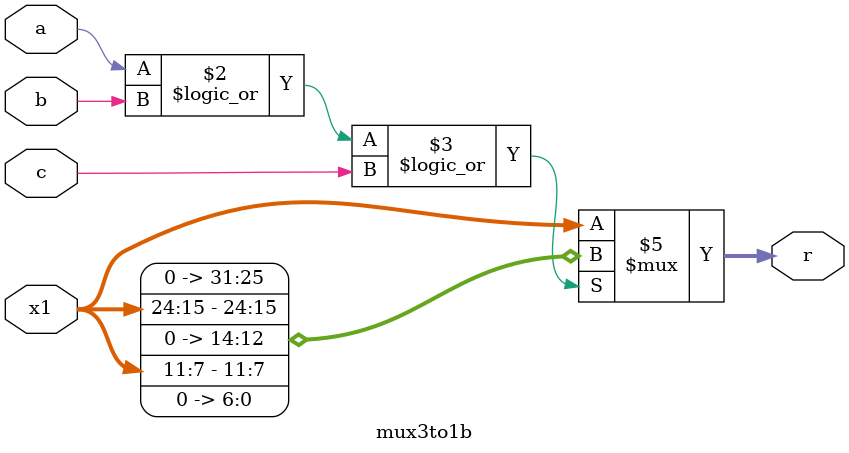
<source format=v>
`timescale 1ns / 1ps

module mux3to1b(
input a,b,c,
input [31:0] x1,
output reg [31:0] r
    );
always@(*)
    if (a || b || c)
         r = {7'b0,x1[24:15],3'b0,x1[11:7],7'b0};
    else
        r = x1;
endmodule


</source>
